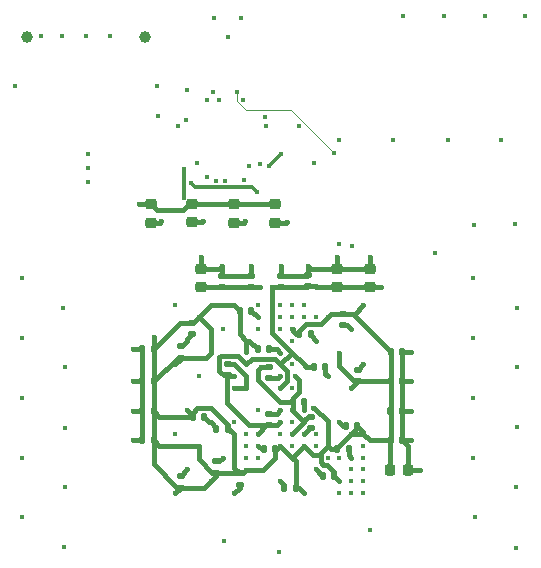
<source format=gbr>
%TF.GenerationSoftware,KiCad,Pcbnew,7.0.10*%
%TF.CreationDate,2024-01-13T18:06:35+01:00*%
%TF.ProjectId,FPGA,46504741-2e6b-4696-9361-645f70636258,rev?*%
%TF.SameCoordinates,Original*%
%TF.FileFunction,Copper,L8,Bot*%
%TF.FilePolarity,Positive*%
%FSLAX46Y46*%
G04 Gerber Fmt 4.6, Leading zero omitted, Abs format (unit mm)*
G04 Created by KiCad (PCBNEW 7.0.10) date 2024-01-13 18:06:35*
%MOMM*%
%LPD*%
G01*
G04 APERTURE LIST*
G04 Aperture macros list*
%AMRoundRect*
0 Rectangle with rounded corners*
0 $1 Rounding radius*
0 $2 $3 $4 $5 $6 $7 $8 $9 X,Y pos of 4 corners*
0 Add a 4 corners polygon primitive as box body*
4,1,4,$2,$3,$4,$5,$6,$7,$8,$9,$2,$3,0*
0 Add four circle primitives for the rounded corners*
1,1,$1+$1,$2,$3*
1,1,$1+$1,$4,$5*
1,1,$1+$1,$6,$7*
1,1,$1+$1,$8,$9*
0 Add four rect primitives between the rounded corners*
20,1,$1+$1,$2,$3,$4,$5,0*
20,1,$1+$1,$4,$5,$6,$7,0*
20,1,$1+$1,$6,$7,$8,$9,0*
20,1,$1+$1,$8,$9,$2,$3,0*%
G04 Aperture macros list end*
%TA.AperFunction,SMDPad,CuDef*%
%ADD10RoundRect,0.225000X0.250000X-0.225000X0.250000X0.225000X-0.250000X0.225000X-0.250000X-0.225000X0*%
%TD*%
%TA.AperFunction,SMDPad,CuDef*%
%ADD11RoundRect,0.225000X-0.225000X-0.250000X0.225000X-0.250000X0.225000X0.250000X-0.225000X0.250000X0*%
%TD*%
%TA.AperFunction,ComponentPad*%
%ADD12C,1.000000*%
%TD*%
%TA.AperFunction,SMDPad,CuDef*%
%ADD13RoundRect,0.140000X-0.170000X0.140000X-0.170000X-0.140000X0.170000X-0.140000X0.170000X0.140000X0*%
%TD*%
%TA.AperFunction,SMDPad,CuDef*%
%ADD14RoundRect,0.140000X0.140000X0.170000X-0.140000X0.170000X-0.140000X-0.170000X0.140000X-0.170000X0*%
%TD*%
%TA.AperFunction,SMDPad,CuDef*%
%ADD15RoundRect,0.140000X-0.140000X-0.170000X0.140000X-0.170000X0.140000X0.170000X-0.140000X0.170000X0*%
%TD*%
%TA.AperFunction,SMDPad,CuDef*%
%ADD16RoundRect,0.140000X0.170000X-0.140000X0.170000X0.140000X-0.170000X0.140000X-0.170000X-0.140000X0*%
%TD*%
%TA.AperFunction,ViaPad*%
%ADD17C,0.400000*%
%TD*%
%TA.AperFunction,Conductor*%
%ADD18C,0.090000*%
%TD*%
%TA.AperFunction,Conductor*%
%ADD19C,0.400000*%
%TD*%
%TA.AperFunction,Conductor*%
%ADD20C,0.300000*%
%TD*%
G04 APERTURE END LIST*
D10*
%TO.P,C48,2*%
%TO.N,GND*%
X92000000Y-91500000D03*
%TO.P,C48,1*%
%TO.N,3.3V*%
X92000000Y-93050000D03*
%TD*%
%TO.P,C47,2*%
%TO.N,GND*%
X95500000Y-91475000D03*
%TO.P,C47,1*%
%TO.N,1.8V*%
X95500000Y-93025000D03*
%TD*%
%TO.P,C46,1*%
%TO.N,1.2V*%
X102500000Y-93050000D03*
%TO.P,C46,2*%
%TO.N,GND*%
X102500000Y-91500000D03*
%TD*%
%TO.P,C45,2*%
%TO.N,GND*%
X99000000Y-91500000D03*
%TO.P,C45,1*%
%TO.N,1V*%
X99000000Y-93050000D03*
%TD*%
%TO.P,C8,1*%
%TO.N,1V*%
X110500000Y-98525000D03*
%TO.P,C8,2*%
%TO.N,GND*%
X110500000Y-96975000D03*
%TD*%
D11*
%TO.P,C14,1*%
%TO.N,3.3V*%
X112225000Y-114000000D03*
%TO.P,C14,2*%
%TO.N,GND*%
X113775000Y-114000000D03*
%TD*%
D10*
%TO.P,C6,1*%
%TO.N,1.8V*%
X96250000Y-98525000D03*
%TO.P,C6,2*%
%TO.N,GND*%
X96250000Y-96975000D03*
%TD*%
%TO.P,C9,1*%
%TO.N,1V*%
X107750000Y-98525000D03*
%TO.P,C9,2*%
%TO.N,GND*%
X107750000Y-96975000D03*
%TD*%
D12*
%TO.P,J1,16*%
%TO.N,N/C*%
X91500000Y-77375000D03*
%TO.P,J1,15*%
X81500000Y-77375000D03*
%TD*%
D13*
%TO.P,C30,1*%
%TO.N,3.3V*%
X99500000Y-114270000D03*
%TO.P,C30,2*%
%TO.N,GND*%
X99500000Y-115230000D03*
%TD*%
D14*
%TO.P,C38,1*%
%TO.N,3.3V*%
X102480000Y-112250000D03*
%TO.P,C38,2*%
%TO.N,GND*%
X101520000Y-112250000D03*
%TD*%
D15*
%TO.P,C22,1*%
%TO.N,3.3V*%
X112270000Y-109000000D03*
%TO.P,C22,2*%
%TO.N,GND*%
X113230000Y-109000000D03*
%TD*%
D16*
%TO.P,C49,1*%
%TO.N,3.3V*%
X109500000Y-106460000D03*
%TO.P,C49,2*%
%TO.N,GND*%
X109500000Y-105500000D03*
%TD*%
D13*
%TO.P,C16,1*%
%TO.N,3.3V*%
X108250000Y-100770000D03*
%TO.P,C16,2*%
%TO.N,GND*%
X108250000Y-101730000D03*
%TD*%
D14*
%TO.P,C32,2*%
%TO.N,GND*%
X91270000Y-111500000D03*
%TO.P,C32,1*%
%TO.N,3.3V*%
X92230000Y-111500000D03*
%TD*%
D16*
%TO.P,C11,1*%
%TO.N,1V*%
X103000000Y-98500000D03*
%TO.P,C11,2*%
%TO.N,GND*%
X103000000Y-97540000D03*
%TD*%
D14*
%TO.P,C25,1*%
%TO.N,3.3V*%
X107480000Y-114500000D03*
%TO.P,C25,2*%
%TO.N,GND*%
X106520000Y-114500000D03*
%TD*%
D16*
%TO.P,C29,1*%
%TO.N,3.3V*%
X94500000Y-115480000D03*
%TO.P,C29,2*%
%TO.N,GND*%
X94500000Y-114520000D03*
%TD*%
%TO.P,C10,2*%
%TO.N,GND*%
X105250000Y-97500000D03*
%TO.P,C10,1*%
%TO.N,1V*%
X105250000Y-98460000D03*
%TD*%
D13*
%TO.P,C24,1*%
%TO.N,3.3V*%
X95500000Y-101520000D03*
%TO.P,C24,2*%
%TO.N,GND*%
X95500000Y-102480000D03*
%TD*%
D15*
%TO.P,C23,1*%
%TO.N,3.3V*%
X99520000Y-100500000D03*
%TO.P,C23,2*%
%TO.N,GND*%
X100480000Y-100500000D03*
%TD*%
D13*
%TO.P,C3,1*%
%TO.N,1.8V*%
X102000000Y-105270000D03*
%TO.P,C3,2*%
%TO.N,GND*%
X102000000Y-106230000D03*
%TD*%
D15*
%TO.P,C1,1*%
%TO.N,1.8V*%
X104020000Y-108250000D03*
%TO.P,C1,2*%
%TO.N,GND*%
X104980000Y-108250000D03*
%TD*%
D14*
%TO.P,C15,1*%
%TO.N,3.3V*%
X109460000Y-110250000D03*
%TO.P,C15,2*%
%TO.N,GND*%
X108500000Y-110250000D03*
%TD*%
D15*
%TO.P,C19,1*%
%TO.N,3.3V*%
X112310000Y-106500000D03*
%TO.P,C19,2*%
%TO.N,GND*%
X113270000Y-106500000D03*
%TD*%
%TO.P,C20,2*%
%TO.N,GND*%
X113270000Y-111500000D03*
%TO.P,C20,1*%
%TO.N,3.3V*%
X112310000Y-111500000D03*
%TD*%
%TO.P,C26,1*%
%TO.N,3.3V*%
X95520000Y-109500000D03*
%TO.P,C26,2*%
%TO.N,GND*%
X96480000Y-109500000D03*
%TD*%
%TO.P,C35,1*%
%TO.N,3.3V*%
X101020000Y-103750000D03*
%TO.P,C35,2*%
%TO.N,GND*%
X101980000Y-103750000D03*
%TD*%
D16*
%TO.P,C5,1*%
%TO.N,1.8V*%
X100500000Y-98500000D03*
%TO.P,C5,2*%
%TO.N,GND*%
X100500000Y-97540000D03*
%TD*%
D15*
%TO.P,C21,1*%
%TO.N,3.3V*%
X112310000Y-104000000D03*
%TO.P,C21,2*%
%TO.N,GND*%
X113270000Y-104000000D03*
%TD*%
%TO.P,C18,1*%
%TO.N,3.3V*%
X107770000Y-112250000D03*
%TO.P,C18,2*%
%TO.N,GND*%
X108730000Y-112250000D03*
%TD*%
D14*
%TO.P,C34,2*%
%TO.N,GND*%
X91250000Y-109000000D03*
%TO.P,C34,1*%
%TO.N,3.3V*%
X92210000Y-109000000D03*
%TD*%
D16*
%TO.P,C4,1*%
%TO.N,1.8V*%
X98000000Y-98500000D03*
%TO.P,C4,2*%
%TO.N,GND*%
X98000000Y-97540000D03*
%TD*%
D14*
%TO.P,C36,2*%
%TO.N,GND*%
X103270000Y-115500000D03*
%TO.P,C36,1*%
%TO.N,3.3V*%
X104230000Y-115500000D03*
%TD*%
D15*
%TO.P,C37,1*%
%TO.N,3.3V*%
X104540000Y-102500000D03*
%TO.P,C37,2*%
%TO.N,GND*%
X105500000Y-102500000D03*
%TD*%
D16*
%TO.P,C17,1*%
%TO.N,3.3V*%
X97500000Y-114210000D03*
%TO.P,C17,2*%
%TO.N,GND*%
X97500000Y-113250000D03*
%TD*%
D14*
%TO.P,C31,2*%
%TO.N,GND*%
X91270000Y-103750000D03*
%TO.P,C31,1*%
%TO.N,3.3V*%
X92230000Y-103750000D03*
%TD*%
%TO.P,C27,1*%
%TO.N,3.3V*%
X98480000Y-110500000D03*
%TO.P,C27,2*%
%TO.N,GND*%
X97520000Y-110500000D03*
%TD*%
%TO.P,C33,2*%
%TO.N,GND*%
X91270000Y-106500000D03*
%TO.P,C33,1*%
%TO.N,3.3V*%
X92230000Y-106500000D03*
%TD*%
D15*
%TO.P,C13,2*%
%TO.N,GND*%
X106730000Y-105250000D03*
%TO.P,C13,1*%
%TO.N,1V*%
X105770000Y-105250000D03*
%TD*%
D13*
%TO.P,C2,1*%
%TO.N,1.8V*%
X105500000Y-109500000D03*
%TO.P,C2,2*%
%TO.N,GND*%
X105500000Y-110460000D03*
%TD*%
D16*
%TO.P,C12,1*%
%TO.N,1V*%
X98500000Y-105980000D03*
%TO.P,C12,2*%
%TO.N,GND*%
X98500000Y-105020000D03*
%TD*%
%TO.P,C28,1*%
%TO.N,3.3V*%
X94500000Y-104480000D03*
%TO.P,C28,2*%
%TO.N,GND*%
X94500000Y-103520000D03*
%TD*%
%TO.P,C7,1*%
%TO.N,1V*%
X102000000Y-110230000D03*
%TO.P,C7,2*%
%TO.N,GND*%
X102000000Y-109270000D03*
%TD*%
D17*
%TO.N,PG4*%
X107500000Y-87200000D03*
%TO.N,EN3*%
X86650000Y-89650000D03*
%TO.N,EN2*%
X86650000Y-88450000D03*
%TO.N,EN4*%
X86650000Y-87250000D03*
%TO.N,1.2V*%
X107900000Y-94850000D03*
%TO.N,GND*%
X109000000Y-95000000D03*
X95050000Y-81800000D03*
X104550000Y-84900000D03*
X92600000Y-84050000D03*
%TO.N,TDO*%
X101050000Y-112950000D03*
%TO.N,TMS*%
X82650000Y-77250000D03*
%TO.N,TCK*%
X84500000Y-77250000D03*
%TO.N,TDO*%
X86500000Y-77250000D03*
%TO.N,TDI*%
X88500000Y-77250000D03*
%TO.N,Net-(U1C-PROGRAM_B_0)*%
X119350000Y-93250000D03*
%TO.N,1.8V*%
X102850000Y-120950000D03*
%TO.N,Net-(J4-Pin_7)*%
X101050857Y-100002898D03*
%TO.N,Net-(J4-Pin_6)*%
X102950000Y-100050000D03*
%TO.N,Net-(J4-Pin_4)*%
X103950000Y-100050000D03*
%TO.N,Net-(J3-Pin_6)*%
X122945000Y-110360000D03*
%TO.N,Net-(J3-Pin_8)*%
X122895000Y-115460000D03*
%TO.N,Net-(J3-Pin_4)*%
X122945000Y-105310000D03*
%TO.N,Net-(J3-Pin_5)*%
X119295000Y-107860000D03*
%TO.N,Net-(J3-Pin_2)*%
X122945000Y-100260000D03*
%TO.N,Net-(J3-Pin_3)*%
X119295000Y-102810000D03*
%TO.N,Net-(J3-Pin_9)*%
X119445000Y-118010000D03*
%TO.N,Net-(J3-Pin_10)*%
X122895000Y-120560000D03*
%TO.N,Net-(J3-Pin_7)*%
X119295000Y-112960000D03*
%TO.N,Net-(J3-Pin_1)*%
X119295000Y-97710000D03*
%TO.N,Net-(J4-Pin_9)*%
X81050000Y-118000000D03*
%TO.N,Net-(J4-Pin_7)*%
X81050000Y-112950000D03*
%TO.N,Net-(J4-Pin_5)*%
X81050000Y-107900000D03*
%TO.N,Net-(J4-Pin_3)*%
X81100000Y-102800000D03*
%TO.N,Net-(J4-Pin_1)*%
X81100000Y-97700000D03*
%TO.N,Net-(J4-Pin_2)*%
X84550000Y-100250000D03*
%TO.N,Net-(J4-Pin_4)*%
X84700000Y-105300000D03*
%TO.N,Net-(J4-Pin_6)*%
X84700000Y-110400000D03*
%TO.N,Net-(J4-Pin_8)*%
X84700000Y-115450000D03*
%TO.N,Net-(J4-Pin_10)*%
X84600000Y-120550000D03*
%TO.N,INIT_B*%
X122800000Y-93200000D03*
%TO.N,LED_Test*%
X116050000Y-95650000D03*
%TO.N,GND*%
X98150000Y-120000000D03*
X110550000Y-119100000D03*
X80500000Y-81500000D03*
X92500000Y-81500000D03*
X98500000Y-77300000D03*
X99600000Y-75700000D03*
X97300000Y-75700000D03*
%TO.N,EN1*%
X105800000Y-88000000D03*
%TO.N,GND*%
X121600000Y-86100000D03*
X117100000Y-86100000D03*
X107900000Y-86100000D03*
X112500000Y-86100000D03*
X123700000Y-75550000D03*
%TO.N,1V*%
X120250000Y-75550000D03*
%TO.N,1.2V*%
X116800000Y-75550000D03*
%TO.N,1.8V*%
X113350000Y-75550000D03*
%TO.N,3.3V*%
X92250000Y-102750000D03*
%TO.N,EN1*%
X95900000Y-88000000D03*
X94300000Y-84900000D03*
X94950000Y-84400000D03*
%TO.N,1V*%
X96750000Y-82650000D03*
%TO.N,EN3*%
X97250000Y-82000000D03*
%TO.N,EN1*%
X97750000Y-82650000D03*
%TO.N,PG4*%
X99250000Y-82000000D03*
%TO.N,3.3V*%
X99750000Y-82650000D03*
%TO.N,EN4*%
X101650000Y-84100000D03*
%TO.N,EN1*%
X101700000Y-84900000D03*
X101200000Y-88100000D03*
%TO.N,EN3*%
X99900000Y-89450000D03*
%TO.N,1.2V*%
X100300000Y-88250000D03*
%TO.N,EN4*%
X98300000Y-89500000D03*
%TO.N,EN2*%
X97500000Y-89500000D03*
%TO.N,1.8V*%
X96750000Y-89150000D03*
%TO.N,GND*%
X98250000Y-91500000D03*
X91000000Y-91500000D03*
X101750000Y-91500000D03*
%TO.N,1.2V*%
X103500000Y-93000000D03*
%TO.N,GND*%
X94705553Y-92000000D03*
%TO.N,LX1*%
X101000000Y-90500000D03*
X95350000Y-89700000D03*
%TO.N,LX2*%
X94750000Y-91000000D03*
X94750000Y-88500000D03*
%TO.N,LX4*%
X103000000Y-87250000D03*
X102000000Y-88250000D03*
%TO.N,3.3V*%
X92850000Y-92950000D03*
%TO.N,1.8V*%
X96400000Y-92950000D03*
%TO.N,1V*%
X99950000Y-92950000D03*
%TO.N,1.2V*%
X103500000Y-93000000D03*
%TO.N,GND*%
X114750000Y-114000000D03*
X96250000Y-96000000D03*
X107750000Y-96000000D03*
X110500000Y-96000000D03*
%TO.N,1V*%
X111500000Y-98500000D03*
%TO.N,GND*%
X98000000Y-96750000D03*
X100500000Y-96750000D03*
X105250000Y-96750000D03*
X103000000Y-96750000D03*
%TO.N,1V*%
X106000000Y-98500000D03*
%TO.N,1.8V*%
X97250000Y-98500000D03*
X101250000Y-98500000D03*
%TO.N,1V*%
X102275000Y-98500000D03*
%TO.N,GND*%
X90500000Y-103750000D03*
X90500000Y-106500000D03*
X90500000Y-109000000D03*
X90500000Y-111500000D03*
X114000000Y-104000000D03*
X114000000Y-106500000D03*
X114000000Y-109000000D03*
X114000000Y-111500000D03*
%TO.N,3.3V*%
X100000000Y-104000000D03*
%TO.N,Net-(J3-Pin_1)*%
X108950000Y-115950000D03*
%TO.N,Net-(J3-Pin_9)*%
X105950000Y-111950000D03*
%TO.N,GND*%
X104950000Y-108950000D03*
X94050000Y-100050000D03*
%TO.N,3.3V*%
X99050000Y-110950000D03*
%TO.N,Net-(J3-Pin_6)*%
X108950000Y-113950000D03*
%TO.N,GND*%
X103950000Y-111950000D03*
%TO.N,1.8V*%
X104950000Y-109950000D03*
%TO.N,Net-(J4-Pin_3)*%
X103950000Y-101050000D03*
%TO.N,Net-(J4-Pin_8)*%
X102950000Y-102050000D03*
%TO.N,GND*%
X102950000Y-114950000D03*
%TO.N,Net-(J3-Pin_7)*%
X109950000Y-112950000D03*
%TO.N,Net-(U1C-PROGRAM_B_0)*%
X102950000Y-110950000D03*
%TO.N,1V*%
X100050000Y-105050000D03*
%TO.N,3.3V*%
X109950000Y-100050000D03*
%TO.N,Net-(J4-Pin_2)*%
X104950000Y-101050000D03*
%TO.N,GND*%
X98050000Y-112950000D03*
%TO.N,3.3V*%
X100050000Y-114000000D03*
%TO.N,1V*%
X99050000Y-106050000D03*
%TO.N,GND*%
X106950000Y-106050000D03*
X108950000Y-102050000D03*
%TO.N,INIT_B*%
X103950000Y-109950000D03*
%TO.N,GND*%
X100050000Y-106050000D03*
%TO.N,TMS*%
X100050000Y-111950000D03*
%TO.N,GND*%
X109950000Y-105050000D03*
%TO.N,1.8V*%
X103950000Y-110950000D03*
%TO.N,DONE*%
X103950000Y-107050000D03*
%TO.N,3.3V*%
X95050000Y-108950000D03*
X107950000Y-104050000D03*
%TO.N,TDI*%
X100050000Y-112950000D03*
%TO.N,GND*%
X101050000Y-111950000D03*
X99050000Y-105050000D03*
%TO.N,Net-(J4-Pin_10)*%
X103950000Y-103050000D03*
%TO.N,1.8V*%
X101270000Y-105270000D03*
%TO.N,3.3V*%
X96050000Y-101050000D03*
%TO.N,1.8V*%
X104169194Y-105999430D03*
%TO.N,3.3V*%
X104950000Y-115950000D03*
%TO.N,GND*%
X103950000Y-105050000D03*
X101050000Y-101050000D03*
%TO.N,Net-(U1C-VREFP_0)*%
X101050000Y-108950000D03*
%TO.N,3.3V*%
X97050000Y-104050000D03*
%TO.N,Net-(J4-Pin_5)*%
X102950000Y-101050000D03*
%TO.N,GND*%
X109950000Y-115950000D03*
%TO.N,3.3V*%
X100050000Y-103050000D03*
X103950000Y-102050000D03*
X94050000Y-105050000D03*
%TO.N,GND*%
X104950000Y-110950000D03*
%TO.N,3.3V*%
X103950000Y-112950000D03*
X106950000Y-111950000D03*
%TO.N,1V*%
X99050000Y-108950000D03*
%TO.N,3.3V*%
X109950000Y-110950000D03*
%TO.N,GND*%
X95050000Y-113950000D03*
X102950000Y-104050000D03*
X99050000Y-109950000D03*
X104950000Y-100050000D03*
X98050000Y-102050000D03*
%TO.N,3.3V*%
X105750000Y-108750000D03*
X104950000Y-111950000D03*
X102950000Y-111950000D03*
X94050000Y-115950000D03*
%TO.N,Net-(J3-Pin_8)*%
X109950000Y-111950000D03*
%TO.N,1V*%
X102950000Y-105050000D03*
%TO.N,GND*%
X99050000Y-107050000D03*
%TO.N,1.8V*%
X103950000Y-108950000D03*
%TO.N,1V*%
X102925000Y-109925000D03*
%TO.N,GND*%
X96050000Y-106050000D03*
%TO.N,3.3V*%
X106950000Y-101050000D03*
%TO.N,1V*%
X101075000Y-110925000D03*
%TO.N,3.3V*%
X108950000Y-110950000D03*
%TO.N,Net-(J3-Pin_2)*%
X107950000Y-115950000D03*
%TO.N,1V*%
X104950000Y-105050000D03*
%TO.N,GND*%
X102950000Y-106050000D03*
X100050000Y-107050000D03*
X94050000Y-110950000D03*
X105950000Y-113950000D03*
X105950000Y-103050000D03*
%TO.N,1V*%
X102950000Y-107050000D03*
%TO.N,3.3V*%
X96050000Y-111950000D03*
%TO.N,1V*%
X103950000Y-104050000D03*
%TO.N,GND*%
X99050000Y-115950000D03*
X102950000Y-108950000D03*
%TO.N,Net-(J3-Pin_5)*%
X109950000Y-113950000D03*
%TO.N,LED_Test*%
X106950000Y-112950000D03*
%TO.N,GND*%
X108950000Y-112950000D03*
%TO.N,Net-(J3-Pin_4)*%
X108950000Y-114950000D03*
%TO.N,Net-(J4-Pin_1)*%
X105950000Y-101050000D03*
%TO.N,Net-(J3-Pin_3)*%
X109950000Y-114950000D03*
%TO.N,GND*%
X107950000Y-109950000D03*
%TO.N,TCK*%
X100050000Y-110950000D03*
%TO.N,3.3V*%
X97050000Y-114950000D03*
%TO.N,GND*%
X97050000Y-109950000D03*
%TO.N,3.3V*%
X108950000Y-107050000D03*
X107950000Y-114950000D03*
%TO.N,Net-(J4-Pin_9)*%
X101050000Y-102050000D03*
%TO.N,3.3V*%
X99050000Y-100050000D03*
%TO.N,1.8V*%
X101050000Y-106050000D03*
%TO.N,CLK*%
X107950000Y-112950000D03*
%TO.N,Net-(J3-Pin_10)*%
X105950000Y-110950000D03*
%TO.N,GND*%
X95050000Y-103050000D03*
%TD*%
D18*
%TO.N,PG4*%
X100020674Y-83550000D02*
X99250000Y-82779326D01*
X107500000Y-87200000D02*
X103850000Y-83550000D01*
X103850000Y-83550000D02*
X100020674Y-83550000D01*
X99250000Y-82779326D02*
X99250000Y-82000000D01*
D19*
%TO.N,3.3V*%
X100050000Y-114000000D02*
X101500000Y-114000000D01*
X101500000Y-114000000D02*
X102480000Y-113020000D01*
X102480000Y-113020000D02*
X102480000Y-112250000D01*
X92250000Y-102750000D02*
X92250000Y-103730000D01*
X92250000Y-103730000D02*
X92230000Y-103750000D01*
D20*
%TO.N,LX1*%
X95350000Y-89700000D02*
X95700000Y-90050000D01*
X95700000Y-90050000D02*
X100550000Y-90050000D01*
X100550000Y-90050000D02*
X101000000Y-90500000D01*
D19*
%TO.N,GND*%
X94705553Y-92000000D02*
X92500000Y-92000000D01*
X92500000Y-92000000D02*
X92000000Y-91500000D01*
X98250000Y-91500000D02*
X95525000Y-91500000D01*
X95525000Y-91500000D02*
X95500000Y-91475000D01*
X101750000Y-91500000D02*
X98250000Y-91500000D01*
X99000000Y-91500000D02*
X98250000Y-91500000D01*
%TO.N,1V*%
X99000000Y-93050000D02*
X99850000Y-93050000D01*
X99850000Y-93050000D02*
X99950000Y-92950000D01*
%TO.N,3.3V*%
X92000000Y-93050000D02*
X92750000Y-93050000D01*
X92750000Y-93050000D02*
X92850000Y-92950000D01*
%TO.N,GND*%
X92000000Y-91500000D02*
X91000000Y-91500000D01*
X102500000Y-91500000D02*
X101750000Y-91500000D01*
%TO.N,1.2V*%
X102500000Y-93050000D02*
X103450000Y-93050000D01*
X103450000Y-93050000D02*
X103500000Y-93000000D01*
%TO.N,GND*%
X95230553Y-91475000D02*
X94705553Y-92000000D01*
X95500000Y-91475000D02*
X95230553Y-91475000D01*
%TO.N,1.8V*%
X95500000Y-93025000D02*
X96325000Y-93025000D01*
X96325000Y-93025000D02*
X96400000Y-92950000D01*
D20*
%TO.N,LX2*%
X94750000Y-88500000D02*
X94750000Y-91000000D01*
%TO.N,LX4*%
X103000000Y-87250000D02*
X102000000Y-88250000D01*
D19*
%TO.N,GND*%
X113775000Y-114000000D02*
X114750000Y-114000000D01*
X113775000Y-114000000D02*
X113775000Y-112005000D01*
X113775000Y-112005000D02*
X113270000Y-111500000D01*
%TO.N,3.3V*%
X112225000Y-114000000D02*
X112225000Y-111585000D01*
X112225000Y-111585000D02*
X112310000Y-111500000D01*
%TO.N,GND*%
X96250000Y-96975000D02*
X96250000Y-96000000D01*
X107750000Y-96975000D02*
X107750000Y-96000000D01*
X110500000Y-96975000D02*
X110500000Y-96000000D01*
%TO.N,1V*%
X111475000Y-98525000D02*
X111500000Y-98500000D01*
X110500000Y-98525000D02*
X111475000Y-98525000D01*
X110500000Y-98525000D02*
X107750000Y-98525000D01*
%TO.N,GND*%
X110500000Y-96975000D02*
X107750000Y-96975000D01*
X107750000Y-96975000D02*
X105475000Y-96975000D01*
X105475000Y-96975000D02*
X105250000Y-96750000D01*
%TO.N,1V*%
X107750000Y-98525000D02*
X106025000Y-98525000D01*
X106025000Y-98525000D02*
X106000000Y-98500000D01*
%TO.N,GND*%
X96250000Y-96975000D02*
X97775000Y-96975000D01*
X97775000Y-96975000D02*
X98000000Y-96750000D01*
%TO.N,1.8V*%
X96250000Y-98525000D02*
X97225000Y-98525000D01*
X97225000Y-98525000D02*
X97250000Y-98500000D01*
%TO.N,1V*%
X98450000Y-108350000D02*
X98450000Y-106030000D01*
X99050000Y-108950000D02*
X98450000Y-108350000D01*
X103950000Y-104050000D02*
X102275000Y-102375000D01*
X102275000Y-102375000D02*
X102275000Y-98500000D01*
%TO.N,3.3V*%
X104540000Y-102500000D02*
X104540000Y-102190001D01*
X104540000Y-102190001D02*
X105080001Y-101650000D01*
X105080001Y-101650000D02*
X106350000Y-101650000D01*
X106350000Y-101650000D02*
X106950000Y-101050000D01*
%TO.N,GND*%
X103000000Y-97540000D02*
X105210000Y-97540000D01*
X105210000Y-97540000D02*
X105250000Y-97500000D01*
X100500000Y-97540000D02*
X98000000Y-97540000D01*
X98000000Y-97540000D02*
X98000000Y-96750000D01*
X100500000Y-97540000D02*
X100500000Y-96750000D01*
X105250000Y-97500000D02*
X105250000Y-96750000D01*
X103000000Y-97540000D02*
X103000000Y-96750000D01*
%TO.N,1V*%
X105960000Y-98460000D02*
X106000000Y-98500000D01*
X105250000Y-98460000D02*
X105960000Y-98460000D01*
X103000000Y-98500000D02*
X105210000Y-98500000D01*
%TO.N,1.8V*%
X98000000Y-98500000D02*
X97250000Y-98500000D01*
X100500000Y-98500000D02*
X101250000Y-98500000D01*
%TO.N,1V*%
X103000000Y-98500000D02*
X102275000Y-98500000D01*
%TO.N,1.8V*%
X100500000Y-98500000D02*
X98000000Y-98500000D01*
%TO.N,GND*%
X91270000Y-103750000D02*
X90500000Y-103750000D01*
X91270000Y-106500000D02*
X90500000Y-106500000D01*
X91250000Y-109000000D02*
X90500000Y-109000000D01*
X91270000Y-111500000D02*
X90500000Y-111500000D01*
X113270000Y-104000000D02*
X114000000Y-104000000D01*
X113270000Y-106500000D02*
X114000000Y-106500000D01*
X113230000Y-109000000D02*
X114000000Y-109000000D01*
X113270000Y-111500000D02*
X114000000Y-111500000D01*
X113270000Y-104000000D02*
X113270000Y-111500000D01*
X91270000Y-111500000D02*
X91270000Y-103750000D01*
%TO.N,3.3V*%
X107950000Y-104050000D02*
X107950000Y-105219999D01*
X107950000Y-105219999D02*
X109190001Y-106460000D01*
X109190001Y-106460000D02*
X109500000Y-106460000D01*
%TO.N,1V*%
X100050000Y-105050000D02*
X100510000Y-104590000D01*
X100510000Y-104590000D02*
X102490000Y-104590000D01*
X102490000Y-104590000D02*
X102950000Y-105050000D01*
%TO.N,1.8V*%
X101270000Y-105270000D02*
X101050000Y-105490000D01*
X101050000Y-105490000D02*
X101050000Y-106050000D01*
X101270000Y-105270000D02*
X102000000Y-105270000D01*
%TO.N,1V*%
X100050000Y-105050000D02*
X99340000Y-104340000D01*
X99340000Y-104340000D02*
X97910000Y-104340000D01*
X97910000Y-104340000D02*
X97790000Y-104460000D01*
X97790000Y-104460000D02*
X97790000Y-105579999D01*
X97790000Y-105579999D02*
X98190001Y-105980000D01*
X98190001Y-105980000D02*
X98500000Y-105980000D01*
X102950000Y-107050000D02*
X103550000Y-106450000D01*
X103550000Y-106450000D02*
X103550000Y-105650000D01*
X103550000Y-105650000D02*
X102950000Y-105050000D01*
%TO.N,1.8V*%
X104169194Y-105999430D02*
X104550000Y-106380236D01*
X104550000Y-106380236D02*
X104550000Y-107410001D01*
X104550000Y-107410001D02*
X104020000Y-107940001D01*
X104020000Y-107940001D02*
X104020000Y-108250000D01*
X104020000Y-108250000D02*
X102942444Y-108250000D01*
X102942444Y-108250000D02*
X101050000Y-106357556D01*
X101050000Y-106357556D02*
X101050000Y-106050000D01*
%TO.N,1V*%
X102000000Y-110230000D02*
X100330000Y-110230000D01*
X100330000Y-110230000D02*
X99050000Y-108950000D01*
%TO.N,3.3V*%
X99050000Y-110950000D02*
X99050000Y-113820000D01*
X99050000Y-113820000D02*
X99500000Y-114270000D01*
X105750000Y-108750000D02*
X105827556Y-108750000D01*
X105827556Y-108750000D02*
X106950000Y-109872444D01*
X106950000Y-109872444D02*
X106950000Y-111950000D01*
X95500000Y-101520000D02*
X94460000Y-101520000D01*
X94460000Y-101520000D02*
X92230000Y-103750000D01*
X94500000Y-104480000D02*
X94250000Y-104480000D01*
X94250000Y-104480000D02*
X92230000Y-106500000D01*
X95520000Y-109500000D02*
X92710000Y-109500000D01*
X92710000Y-109500000D02*
X92210000Y-109000000D01*
X96050000Y-111950000D02*
X92680000Y-111950000D01*
X92680000Y-111950000D02*
X92230000Y-111500000D01*
X96050000Y-111950000D02*
X96050000Y-113069999D01*
X97190001Y-114210000D02*
X97500000Y-114210000D01*
X96050000Y-113069999D02*
X97190001Y-114210000D01*
X92230000Y-111500000D02*
X92230000Y-113519999D01*
X92230000Y-113519999D02*
X94190001Y-115480000D01*
X94190001Y-115480000D02*
X94500000Y-115480000D01*
X112310000Y-104000000D02*
X109080000Y-100770000D01*
X109080000Y-100770000D02*
X108250000Y-100770000D01*
X112310000Y-111500000D02*
X110500000Y-111500000D01*
X110500000Y-111500000D02*
X109950000Y-110950000D01*
X112310000Y-106500000D02*
X109500000Y-106500000D01*
X109500000Y-106500000D02*
X108950000Y-107050000D01*
X98480000Y-110500000D02*
X98650000Y-110670000D01*
X98480000Y-110500000D02*
X98480000Y-110190001D01*
X98480000Y-110190001D02*
X97079999Y-108790000D01*
X97079999Y-108790000D02*
X95920001Y-108790000D01*
X95520000Y-109190001D02*
X95520000Y-109500000D01*
X95920001Y-108790000D02*
X95520000Y-109190001D01*
%TO.N,1V*%
X98450000Y-106030000D02*
X98500000Y-105980000D01*
%TO.N,3.3V*%
X106350000Y-113350000D02*
X106350000Y-112750000D01*
X106350000Y-112750000D02*
X106350000Y-112550000D01*
X104950000Y-111950000D02*
X105750000Y-112750000D01*
X105750000Y-112750000D02*
X106350000Y-112750000D01*
X103950000Y-112950000D02*
X104950000Y-111950000D01*
X107480000Y-114500000D02*
X107480000Y-114190001D01*
X107480000Y-114190001D02*
X106865735Y-113575736D01*
X106575736Y-113575736D02*
X106350000Y-113350000D01*
X106865735Y-113575736D02*
X106575736Y-113575736D01*
X106350000Y-112550000D02*
X106950000Y-111950000D01*
X104230000Y-115500000D02*
X104230000Y-113230000D01*
X104230000Y-113230000D02*
X103950000Y-112950000D01*
X99500000Y-114270000D02*
X97560000Y-114270000D01*
X97560000Y-114270000D02*
X97500000Y-114210000D01*
X97050000Y-114950000D02*
X96520000Y-115480000D01*
X96520000Y-115480000D02*
X94500000Y-115480000D01*
X99050000Y-100050000D02*
X97050000Y-100050000D01*
X97050000Y-100050000D02*
X96050000Y-101050000D01*
X100050000Y-103050000D02*
X99520000Y-102520000D01*
X99520000Y-102520000D02*
X99520000Y-100500000D01*
%TO.N,GND*%
X101980000Y-103750000D02*
X102650000Y-103750000D01*
X102650000Y-103750000D02*
X102950000Y-104050000D01*
%TO.N,3.3V*%
X100050000Y-103050000D02*
X100320000Y-103050000D01*
X100320000Y-103050000D02*
X101020000Y-103750000D01*
X100000000Y-104000000D02*
X100000000Y-103100000D01*
X100000000Y-103100000D02*
X100050000Y-103050000D01*
X97050000Y-104050000D02*
X97050000Y-102050000D01*
X97050000Y-102050000D02*
X96050000Y-101050000D01*
X97050000Y-104050000D02*
X96620000Y-104480000D01*
X96620000Y-104480000D02*
X94500000Y-104480000D01*
%TO.N,1V*%
X103950000Y-104050000D02*
X104950000Y-105050000D01*
X102950000Y-105050000D02*
X103950000Y-104050000D01*
%TO.N,3.3V*%
X107770000Y-112250000D02*
X107770000Y-112130000D01*
X107770000Y-112130000D02*
X108950000Y-110950000D01*
X102950000Y-111950000D02*
X103950000Y-112950000D01*
%TO.N,GND*%
X108250000Y-101730000D02*
X108630000Y-101730000D01*
X108630000Y-101730000D02*
X108950000Y-102050000D01*
%TO.N,3.3V*%
X108250000Y-100770000D02*
X109230000Y-100770000D01*
X109230000Y-100770000D02*
X109950000Y-100050000D01*
X108250000Y-100770000D02*
X107230000Y-100770000D01*
X107230000Y-100770000D02*
X106950000Y-101050000D01*
%TO.N,GND*%
X100480000Y-100500000D02*
X100500000Y-100500000D01*
X100500000Y-100500000D02*
X101050000Y-101050000D01*
%TO.N,3.3V*%
X99520000Y-100500000D02*
X99500000Y-100500000D01*
X99500000Y-100500000D02*
X99050000Y-100050000D01*
%TO.N,GND*%
X100050000Y-107050000D02*
X99050000Y-107050000D01*
X100050000Y-106050000D02*
X100050000Y-107050000D01*
X99050000Y-105050000D02*
X100050000Y-106050000D01*
X102000000Y-106230000D02*
X102770000Y-106230000D01*
X102770000Y-106230000D02*
X102950000Y-106050000D01*
X105500000Y-102500000D02*
X105500000Y-102600000D01*
X105500000Y-102600000D02*
X105950000Y-103050000D01*
%TO.N,3.3V*%
X104250000Y-102500000D02*
X104000000Y-102250000D01*
X104540000Y-102500000D02*
X104250000Y-102500000D01*
X104000000Y-102100000D02*
X103950000Y-102050000D01*
X104000000Y-102250000D02*
X104000000Y-102100000D01*
%TO.N,1V*%
X105770000Y-105250000D02*
X105150000Y-105250000D01*
X105150000Y-105250000D02*
X104950000Y-105050000D01*
%TO.N,GND*%
X106730000Y-105250000D02*
X106730000Y-105830000D01*
X106730000Y-105830000D02*
X106950000Y-106050000D01*
X109500000Y-105500000D02*
X109950000Y-105050000D01*
%TO.N,3.3V*%
X109500000Y-106460000D02*
X109500000Y-106500000D01*
%TO.N,GND*%
X102000000Y-109270000D02*
X102630000Y-109270000D01*
X102630000Y-109270000D02*
X102950000Y-108950000D01*
%TO.N,1V*%
X102000000Y-110230000D02*
X101770000Y-110230000D01*
X101770000Y-110230000D02*
X101075000Y-110925000D01*
X102925000Y-109925000D02*
X102620000Y-110230000D01*
X102620000Y-110230000D02*
X102000000Y-110230000D01*
%TO.N,GND*%
X105500000Y-110460000D02*
X105440000Y-110460000D01*
X105440000Y-110460000D02*
X104950000Y-110950000D01*
%TO.N,1.8V*%
X104875000Y-109875000D02*
X103950000Y-108950000D01*
X104950000Y-109950000D02*
X104875000Y-109875000D01*
X104875000Y-109875000D02*
X105250000Y-109500000D01*
X105250000Y-109500000D02*
X105500000Y-109500000D01*
%TO.N,GND*%
X104950000Y-108950000D02*
X104950000Y-108280000D01*
X104950000Y-108280000D02*
X104980000Y-108250000D01*
%TO.N,1.8V*%
X104020000Y-108250000D02*
X104020000Y-108880000D01*
X104020000Y-108880000D02*
X103950000Y-108950000D01*
%TO.N,3.3V*%
X108950000Y-110950000D02*
X109950000Y-110950000D01*
%TO.N,GND*%
X108500000Y-110250000D02*
X108250000Y-110250000D01*
X108250000Y-110250000D02*
X107950000Y-109950000D01*
%TO.N,3.3V*%
X109950000Y-110950000D02*
X109950000Y-110740000D01*
X109950000Y-110740000D02*
X109460000Y-110250000D01*
X108950000Y-110950000D02*
X109460000Y-110440000D01*
X109460000Y-110440000D02*
X109460000Y-110250000D01*
%TO.N,GND*%
X108730000Y-112250000D02*
X108730000Y-112730000D01*
X108730000Y-112730000D02*
X108950000Y-112950000D01*
%TO.N,3.3V*%
X107770000Y-112250000D02*
X107250000Y-112250000D01*
X107250000Y-112250000D02*
X106950000Y-111950000D01*
X107480000Y-114500000D02*
X107500000Y-114500000D01*
X107500000Y-114500000D02*
X107950000Y-114950000D01*
%TO.N,GND*%
X106520000Y-114500000D02*
X106500000Y-114500000D01*
X106500000Y-114500000D02*
X105950000Y-113950000D01*
%TO.N,3.3V*%
X104230000Y-115500000D02*
X104500000Y-115500000D01*
X104500000Y-115500000D02*
X104950000Y-115950000D01*
%TO.N,GND*%
X103270000Y-115500000D02*
X103270000Y-115270000D01*
X103270000Y-115270000D02*
X102950000Y-114950000D01*
%TO.N,3.3V*%
X102480000Y-112250000D02*
X102650000Y-112250000D01*
X102650000Y-112250000D02*
X102950000Y-111950000D01*
%TO.N,GND*%
X101520000Y-112250000D02*
X101350000Y-112250000D01*
X101350000Y-112250000D02*
X101050000Y-111950000D01*
%TO.N,3.3V*%
X99500000Y-114270000D02*
X99780000Y-114270000D01*
X99780000Y-114270000D02*
X100050000Y-114000000D01*
%TO.N,GND*%
X99500000Y-115230000D02*
X99500000Y-115500000D01*
X99500000Y-115500000D02*
X99050000Y-115950000D01*
X94500000Y-114520000D02*
X94500000Y-114500000D01*
X94500000Y-114500000D02*
X95050000Y-113950000D01*
%TO.N,3.3V*%
X94500000Y-115480000D02*
X94500000Y-115500000D01*
X94500000Y-115500000D02*
X94050000Y-115950000D01*
%TO.N,GND*%
X97500000Y-113250000D02*
X97750000Y-113250000D01*
X97750000Y-113250000D02*
X98050000Y-112950000D01*
%TO.N,3.3V*%
X97500000Y-114210000D02*
X97500000Y-114500000D01*
X97500000Y-114500000D02*
X97050000Y-114950000D01*
X95520000Y-109500000D02*
X95520000Y-109420000D01*
X95520000Y-109420000D02*
X95050000Y-108950000D01*
%TO.N,GND*%
X97050000Y-109950000D02*
X96930000Y-109950000D01*
X96930000Y-109950000D02*
X96480000Y-109500000D01*
X97520000Y-110500000D02*
X97520000Y-110420000D01*
X97520000Y-110420000D02*
X97050000Y-109950000D01*
%TO.N,3.3V*%
X98480000Y-110500000D02*
X98600000Y-110500000D01*
X98600000Y-110500000D02*
X99050000Y-110950000D01*
%TO.N,1V*%
X99050000Y-106050000D02*
X98570000Y-106050000D01*
X98570000Y-106050000D02*
X98500000Y-105980000D01*
%TO.N,GND*%
X98500000Y-105020000D02*
X99020000Y-105020000D01*
X99020000Y-105020000D02*
X99050000Y-105050000D01*
%TO.N,3.3V*%
X95500000Y-101520000D02*
X95580000Y-101520000D01*
X95580000Y-101520000D02*
X96050000Y-101050000D01*
%TO.N,GND*%
X95050000Y-103050000D02*
X95050000Y-102930000D01*
X95050000Y-102930000D02*
X95500000Y-102480000D01*
X94500000Y-103520000D02*
X94580000Y-103520000D01*
X94580000Y-103520000D02*
X95050000Y-103050000D01*
%TO.N,3.3V*%
X94500000Y-104480000D02*
X94500000Y-104600000D01*
X94500000Y-104600000D02*
X94050000Y-105050000D01*
X92230000Y-103750000D02*
X92230000Y-111500000D01*
X112310000Y-111500000D02*
X112310000Y-104000000D01*
%TO.N,1.8V*%
X103950000Y-110950000D02*
X104950000Y-109950000D01*
%TD*%
M02*

</source>
